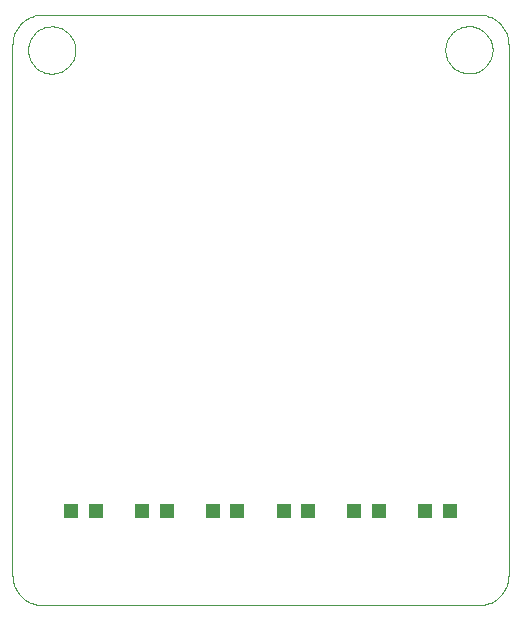
<source format=gbp>
G75*
G70*
%OFA0B0*%
%FSLAX24Y24*%
%IPPOS*%
%LPD*%
%AMOC8*
5,1,8,0,0,1.08239X$1,22.5*
%
%ADD10C,0.0000*%
%ADD11C,0.0004*%
%ADD12R,0.0472X0.0472*%
D10*
X002243Y020379D02*
X002245Y020435D01*
X002251Y020490D01*
X002261Y020544D01*
X002274Y020598D01*
X002292Y020651D01*
X002313Y020702D01*
X002337Y020752D01*
X002365Y020800D01*
X002397Y020846D01*
X002431Y020890D01*
X002469Y020931D01*
X002509Y020969D01*
X002552Y021004D01*
X002597Y021036D01*
X002645Y021065D01*
X002694Y021091D01*
X002745Y021113D01*
X002797Y021131D01*
X002851Y021145D01*
X002906Y021156D01*
X002961Y021163D01*
X003016Y021166D01*
X003072Y021165D01*
X003127Y021160D01*
X003182Y021151D01*
X003236Y021139D01*
X003289Y021122D01*
X003341Y021102D01*
X003391Y021078D01*
X003439Y021051D01*
X003486Y021021D01*
X003530Y020987D01*
X003572Y020950D01*
X003610Y020910D01*
X003647Y020868D01*
X003680Y020823D01*
X003709Y020777D01*
X003736Y020728D01*
X003758Y020677D01*
X003778Y020625D01*
X003793Y020571D01*
X003805Y020517D01*
X003813Y020462D01*
X003817Y020407D01*
X003817Y020351D01*
X003813Y020296D01*
X003805Y020241D01*
X003793Y020187D01*
X003778Y020133D01*
X003758Y020081D01*
X003736Y020030D01*
X003709Y019981D01*
X003680Y019935D01*
X003647Y019890D01*
X003610Y019848D01*
X003572Y019808D01*
X003530Y019771D01*
X003486Y019737D01*
X003439Y019707D01*
X003391Y019680D01*
X003341Y019656D01*
X003289Y019636D01*
X003236Y019619D01*
X003182Y019607D01*
X003127Y019598D01*
X003072Y019593D01*
X003016Y019592D01*
X002961Y019595D01*
X002906Y019602D01*
X002851Y019613D01*
X002797Y019627D01*
X002745Y019645D01*
X002694Y019667D01*
X002645Y019693D01*
X002597Y019722D01*
X002552Y019754D01*
X002509Y019789D01*
X002469Y019827D01*
X002431Y019868D01*
X002397Y019912D01*
X002365Y019958D01*
X002337Y020006D01*
X002313Y020056D01*
X002292Y020107D01*
X002274Y020160D01*
X002261Y020214D01*
X002251Y020268D01*
X002245Y020323D01*
X002243Y020379D01*
X016153Y020385D02*
X016155Y020441D01*
X016161Y020496D01*
X016171Y020550D01*
X016184Y020604D01*
X016202Y020657D01*
X016223Y020708D01*
X016247Y020758D01*
X016275Y020806D01*
X016307Y020852D01*
X016341Y020896D01*
X016379Y020937D01*
X016419Y020975D01*
X016462Y021010D01*
X016507Y021042D01*
X016555Y021071D01*
X016604Y021097D01*
X016655Y021119D01*
X016707Y021137D01*
X016761Y021151D01*
X016816Y021162D01*
X016871Y021169D01*
X016926Y021172D01*
X016982Y021171D01*
X017037Y021166D01*
X017092Y021157D01*
X017146Y021145D01*
X017199Y021128D01*
X017251Y021108D01*
X017301Y021084D01*
X017349Y021057D01*
X017396Y021027D01*
X017440Y020993D01*
X017482Y020956D01*
X017520Y020916D01*
X017557Y020874D01*
X017590Y020829D01*
X017619Y020783D01*
X017646Y020734D01*
X017668Y020683D01*
X017688Y020631D01*
X017703Y020577D01*
X017715Y020523D01*
X017723Y020468D01*
X017727Y020413D01*
X017727Y020357D01*
X017723Y020302D01*
X017715Y020247D01*
X017703Y020193D01*
X017688Y020139D01*
X017668Y020087D01*
X017646Y020036D01*
X017619Y019987D01*
X017590Y019941D01*
X017557Y019896D01*
X017520Y019854D01*
X017482Y019814D01*
X017440Y019777D01*
X017396Y019743D01*
X017349Y019713D01*
X017301Y019686D01*
X017251Y019662D01*
X017199Y019642D01*
X017146Y019625D01*
X017092Y019613D01*
X017037Y019604D01*
X016982Y019599D01*
X016926Y019598D01*
X016871Y019601D01*
X016816Y019608D01*
X016761Y019619D01*
X016707Y019633D01*
X016655Y019651D01*
X016604Y019673D01*
X016555Y019699D01*
X016507Y019728D01*
X016462Y019760D01*
X016419Y019795D01*
X016379Y019833D01*
X016341Y019874D01*
X016307Y019918D01*
X016275Y019964D01*
X016247Y020012D01*
X016223Y020062D01*
X016202Y020113D01*
X016184Y020166D01*
X016171Y020220D01*
X016161Y020274D01*
X016155Y020329D01*
X016153Y020385D01*
D11*
X009597Y001875D02*
X002723Y001875D01*
X002663Y001877D01*
X002602Y001882D01*
X002543Y001891D01*
X002484Y001904D01*
X002425Y001920D01*
X002368Y001940D01*
X002313Y001963D01*
X002258Y001990D01*
X002206Y002019D01*
X002155Y002052D01*
X002106Y002088D01*
X002060Y002126D01*
X002016Y002168D01*
X001974Y002212D01*
X001936Y002258D01*
X001900Y002307D01*
X001867Y002358D01*
X001838Y002410D01*
X001811Y002465D01*
X001788Y002520D01*
X001768Y002577D01*
X001752Y002636D01*
X001739Y002695D01*
X001730Y002754D01*
X001725Y002815D01*
X001723Y002875D01*
X001723Y010930D01*
X001723Y020560D01*
X001725Y020620D01*
X001730Y020681D01*
X001739Y020740D01*
X001752Y020799D01*
X001768Y020858D01*
X001788Y020915D01*
X001811Y020970D01*
X001838Y021025D01*
X001867Y021077D01*
X001900Y021128D01*
X001936Y021177D01*
X001974Y021223D01*
X002016Y021267D01*
X002060Y021309D01*
X002106Y021347D01*
X002155Y021383D01*
X002206Y021416D01*
X002258Y021445D01*
X002313Y021472D01*
X002368Y021495D01*
X002425Y021515D01*
X002484Y021531D01*
X002543Y021544D01*
X002602Y021553D01*
X002663Y021558D01*
X002723Y021560D01*
X010385Y021560D01*
X017259Y021560D01*
X017319Y021558D01*
X017380Y021553D01*
X017439Y021544D01*
X017498Y021531D01*
X017557Y021515D01*
X017614Y021495D01*
X017669Y021472D01*
X017724Y021445D01*
X017776Y021416D01*
X017827Y021383D01*
X017876Y021347D01*
X017922Y021309D01*
X017966Y021267D01*
X018008Y021223D01*
X018046Y021177D01*
X018082Y021128D01*
X018115Y021077D01*
X018144Y021025D01*
X018171Y020970D01*
X018194Y020915D01*
X018214Y020858D01*
X018230Y020799D01*
X018243Y020740D01*
X018252Y020681D01*
X018257Y020620D01*
X018259Y020560D01*
X018259Y010142D01*
X018259Y002875D01*
X018257Y002815D01*
X018252Y002754D01*
X018243Y002695D01*
X018230Y002636D01*
X018214Y002577D01*
X018194Y002520D01*
X018171Y002465D01*
X018144Y002410D01*
X018115Y002358D01*
X018082Y002307D01*
X018046Y002258D01*
X018008Y002212D01*
X017966Y002168D01*
X017922Y002126D01*
X017876Y002088D01*
X017827Y002052D01*
X017776Y002019D01*
X017724Y001990D01*
X017669Y001963D01*
X017614Y001940D01*
X017557Y001920D01*
X017498Y001904D01*
X017439Y001891D01*
X017380Y001882D01*
X017319Y001877D01*
X017259Y001875D01*
X009597Y001875D01*
D12*
X009223Y005024D03*
X008397Y005024D03*
X006861Y005024D03*
X006034Y005024D03*
X004499Y005024D03*
X003672Y005024D03*
X010759Y005024D03*
X011586Y005024D03*
X013121Y005024D03*
X013948Y005024D03*
X015483Y005024D03*
X016310Y005024D03*
M02*

</source>
